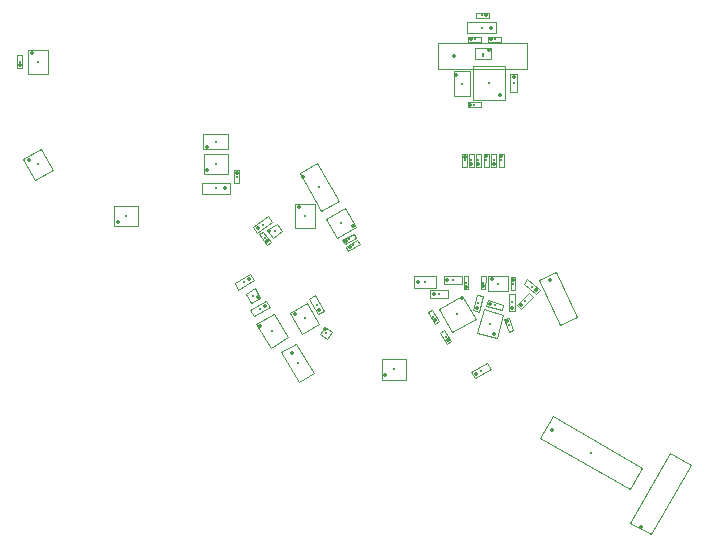
<source format=gbr>
%TF.GenerationSoftware,KiCad,Pcbnew,9.0.3*%
%TF.CreationDate,2025-08-06T14:06:10+08:00*%
%TF.ProjectId,Main,4d61696e-2e6b-4696-9361-645f70636258,10*%
%TF.SameCoordinates,Original*%
%TF.FileFunction,Component,L2,Bot*%
%TF.FilePolarity,Positive*%
%FSLAX46Y46*%
G04 Gerber Fmt 4.6, Leading zero omitted, Abs format (unit mm)*
G04 Created by KiCad (PCBNEW 9.0.3) date 2025-08-06 14:06:10*
%MOMM*%
%LPD*%
G01*
G04 APERTURE LIST*
%TA.AperFunction,ComponentMain*%
%ADD10C,0.300000*%
%TD*%
%TA.AperFunction,ComponentOutline,Footprint*%
%ADD11C,0.100000*%
%TD*%
%TA.AperFunction,ComponentPin*%
%ADD12P,0.360000X4X0.000000*%
%TD*%
%TA.AperFunction,ComponentPin*%
%ADD13C,0.100000*%
%TD*%
G04 APERTURE END LIST*
D10*
%TO.C,D5*%
%TO.CFtp,TX1812MWCA5-F01*%
%TO.CVal,TX1812MWCA5-F01*%
%TO.CLbN,Pixels-dice*%
%TO.CMnt,SMD*%
%TO.CRot,180*%
X133520000Y-69540000D03*
D11*
X132669999Y-70565001D02*
X132669999Y-68514999D01*
X134370001Y-68514999D01*
X134370001Y-70565001D01*
X132669999Y-70565001D01*
D12*
%TO.P,D5,1,DOUT*%
X133020000Y-68814999D03*
D13*
%TO.P,D5,2,GND*%
X134020001Y-68815000D03*
%TO.P,D5,3,DIN*%
X134020000Y-70265001D03*
%TO.P,D5,4,VCC*%
X133019999Y-70265000D03*
%TD*%
D10*
%TO.C,D4*%
%TO.CFtp,TX1812MWCA5-F01*%
%TO.CVal,TX1812MWCA5-F01*%
%TO.CLbN,Pixels-dice*%
%TO.CMnt,SMD*%
%TO.CRot,-150*%
X133520000Y-78220000D03*
D11*
X133296378Y-79532676D02*
X132271378Y-77757324D01*
X133743622Y-76907324D01*
X134768622Y-78682676D01*
X133296378Y-79532676D01*
D12*
%TO.P,D4,1,DOUT*%
X132724487Y-77842132D03*
D13*
%TO.P,D4,2,GND*%
X133590513Y-77342132D03*
%TO.P,D4,3,DIN*%
X134315513Y-78597868D03*
%TO.P,D4,4,VCC*%
X133449487Y-79097868D03*
%TD*%
D10*
%TO.C,D6*%
%TO.CFtp,TX1812MWCA5-F01*%
%TO.CVal,TX1812MWCA5-F01*%
%TO.CLbN,Pixels-dice*%
%TO.CMnt,SMD*%
%TO.CRot,-90*%
X126000000Y-65190000D03*
D11*
X127025000Y-66040000D02*
X124975000Y-66040000D01*
X124975000Y-64340000D01*
X127025000Y-64340000D01*
X127025000Y-66040000D01*
D12*
%TO.P,D6,1,DOUT*%
X125275000Y-65690000D03*
D13*
%TO.P,D6,2,GND*%
X125275000Y-64690000D03*
%TO.P,D6,3,DIN*%
X126725000Y-64690000D03*
%TO.P,D6,4,VCC*%
X126725000Y-65690000D03*
%TD*%
D10*
%TO.C,C16*%
%TO.CFtp,C_0402_1005Metric*%
%TO.CVal,10uF 6.3V 20\u0025*%
%TO.CLbN,Pixels-dice*%
%TO.CMnt,SMD*%
%TO.CRot,31*%
X128390000Y-75150000D03*
D11*
X128881785Y-74492849D02*
X129201109Y-75024293D01*
X127898215Y-75807151D01*
X127578891Y-75275707D01*
X128881785Y-74492849D01*
D12*
%TO.P,C16,1*%
X128801440Y-74902782D03*
D13*
%TO.P,C16,2*%
X127978560Y-75397218D03*
%TD*%
D10*
%TO.C,D2*%
%TO.CFtp,TX1812MWCA5-F01*%
%TO.CVal,TX1812MWCA5-F01*%
%TO.CLbN,Pixels-dice*%
%TO.CMnt,SMD*%
%TO.CRot,-15*%
X149220000Y-78690000D03*
D11*
X150306329Y-77919923D02*
X149775750Y-79900071D01*
X148133671Y-79460077D01*
X148664250Y-77479929D01*
X150306329Y-77919923D01*
D12*
%TO.P,D2,1,DOUT*%
X149515322Y-79519706D03*
D13*
%TO.P,D2,2,GND*%
X148549393Y-79260887D03*
%TO.P,D2,3,DIN*%
X148924678Y-77860294D03*
%TO.P,D2,4,VCC*%
X149890607Y-78119113D03*
%TD*%
D10*
%TO.C,D7*%
%TO.CFtp,TX1812MWCA5-F01*%
%TO.CVal,TX1812MWCA5-F01*%
%TO.CLbN,Pixels-dice*%
%TO.CMnt,SMD*%
%TO.CRot,-90*%
X118410000Y-69550000D03*
D11*
X119435000Y-70400000D02*
X117385000Y-70400000D01*
X117385000Y-68700000D01*
X119435000Y-68700000D01*
X119435000Y-70400000D01*
D12*
%TO.P,D7,1,DOUT*%
X117685000Y-70050000D03*
D13*
%TO.P,D7,2,GND*%
X117685000Y-69050000D03*
%TO.P,D7,3,DIN*%
X119135000Y-69050000D03*
%TO.P,D7,4,VCC*%
X119135000Y-70050000D03*
%TD*%
D10*
%TO.C,D9*%
%TO.CFtp,TX1812MWCA5-F01*%
%TO.CVal,TX1812MWCA5-F01*%
%TO.CLbN,Pixels-dice*%
%TO.CMnt,SMD*%
%TO.CRot,180*%
X110960000Y-56500000D03*
D11*
X110110000Y-57525000D02*
X110110000Y-55475000D01*
X111810000Y-55475000D01*
X111810000Y-57525000D01*
X110110000Y-57525000D01*
D12*
%TO.P,D9,1,DOUT*%
X110460000Y-55775000D03*
D13*
%TO.P,D9,2,GND*%
X111460000Y-55775000D03*
%TO.P,D9,3,DIN*%
X111460000Y-57225000D03*
%TO.P,D9,4,VCC*%
X110460000Y-57225000D03*
%TD*%
D10*
%TO.C,D8*%
%TO.CFtp,TX1812MWCA5-F01*%
%TO.CVal,TX1812MWCA5-F01*%
%TO.CLbN,Pixels-dice*%
%TO.CMnt,SMD*%
%TO.CRot,-150*%
X110940000Y-65180000D03*
D11*
X110716378Y-66492676D02*
X109691378Y-64717324D01*
X111163622Y-63867324D01*
X112188622Y-65642676D01*
X110716378Y-66492676D01*
D12*
%TO.P,D8,1,DOUT*%
X110144487Y-64802132D03*
D13*
%TO.P,D8,2,GND*%
X111010513Y-64302132D03*
%TO.P,D8,3,DIN*%
X111735513Y-65557868D03*
%TO.P,D8,4,VCC*%
X110869487Y-66057868D03*
%TD*%
D10*
%TO.C,U5*%
%TO.CFtp,TDFN-8-1EP_3x2mm_P0.5mm_EP1.3x1.4mm*%
%TO.CVal,BL24C02F-NTRC*%
%TO.CLbN,Pixels-dice*%
%TO.CMnt,SMD*%
%TO.CRot,120*%
X134762244Y-67118437D03*
D11*
X133079471Y-65953789D02*
X134595016Y-65078789D01*
X136445017Y-68283085D01*
X134929472Y-69158085D01*
X133079471Y-65953789D01*
D12*
%TO.P,U5,1,A0*%
X133381475Y-66226875D03*
D13*
%TO.P,U5,2,A1*%
X133814488Y-65976873D03*
%TO.P,U5,3,A2*%
X134247500Y-65726876D03*
%TO.P,U5,4,GND*%
X134680513Y-65476875D03*
%TO.P,U5,5,SDA*%
X136143013Y-68009999D03*
%TO.P,U5,6,SCL*%
X135710000Y-68260001D03*
%TO.P,U5,7,WP*%
X135276988Y-68509998D03*
%TO.P,U5,8,VCC*%
X134843975Y-68759999D03*
%TO.P,U5,9*%
X134762244Y-67118437D03*
%TD*%
D10*
%TO.C,U8*%
%TO.CFtp,SOT-553*%
%TO.CVal,SL1605*%
%TO.CLbN,Package_TO_SOT_SMD*%
%TO.CMnt,SMD*%
%TO.CRot,180*%
X125990000Y-63260000D03*
D11*
X124939998Y-63935000D02*
X124939998Y-62585000D01*
X127039999Y-62585000D01*
X127039999Y-63935000D01*
X124939998Y-63935000D01*
D12*
%TO.P,U8,1*%
X125277501Y-63760000D03*
D13*
%TO.P,U8,2,GND*%
X125277498Y-63259999D03*
%TO.P,U8,3*%
X125277501Y-62760000D03*
%TO.P,U8,4,VDD*%
X126702499Y-62760000D03*
%TO.P,U8,5,OUT*%
X126702499Y-63760000D03*
%TD*%
D10*
%TO.C,U6*%
%TO.CFtp,AW35122*%
%TO.CVal,AW35122*%
%TO.CLbN,Pixels-dice*%
%TO.CMnt,SMD*%
%TO.CRot,55*%
X135320000Y-79500000D03*
D11*
X135230365Y-78991654D02*
X135828346Y-79410365D01*
X135409635Y-80008346D01*
X134811654Y-79589635D01*
X135230365Y-78991654D01*
D12*
%TO.P,U6,A1,VOUT*%
X135258606Y-79151818D03*
D13*
%TO.P,U6,A2,VIN*%
X134971818Y-79561394D03*
%TO.P,U6,B1,GND*%
X135668182Y-79438606D03*
%TO.P,U6,B2,EN*%
X135381394Y-79848182D03*
%TD*%
D10*
%TO.C,C7*%
%TO.CFtp,C_0201_0603Metric*%
%TO.CVal,100pF NP0 10V 2\u0025*%
%TO.CLbN,Capacitor_SMD*%
%TO.CMnt,SMD*%
%TO.CRot,-90*%
X147170000Y-75220000D03*
D11*
X147370002Y-75770003D02*
X146969998Y-75770003D01*
X146969998Y-74669997D01*
X147370002Y-74669997D01*
X147370002Y-75770003D01*
D12*
%TO.P,C7,1*%
X147170002Y-75540003D03*
D13*
%TO.P,C7,2*%
X147169998Y-74899997D03*
%TD*%
D10*
%TO.C,L1*%
%TO.CFtp,C_1.2x1.8*%
%TO.CVal,10uH 100mA 20\u0025*%
%TO.CLbN,Pixels-dice*%
%TO.CMnt,SMD*%
%TO.CRot,180*%
X143710000Y-75170000D03*
D11*
X142750001Y-75680002D02*
X142750001Y-74659998D01*
X144669999Y-74659998D01*
X144669999Y-75680002D01*
X142750001Y-75680002D01*
D12*
%TO.P,L1,1,1*%
X143070001Y-75169998D03*
D13*
%TO.P,L1,2,2*%
X144349999Y-75170002D03*
%TD*%
D10*
%TO.C,C5*%
%TO.CFtp,C_0201_0603Metric*%
%TO.CVal,8pF 10V 10\u0025*%
%TO.CLbN,Capacitor_SMD*%
%TO.CMnt,SMD*%
%TO.CRot,90*%
X151150000Y-75310000D03*
D11*
X150949999Y-74760000D02*
X151350001Y-74760000D01*
X151350001Y-75860000D01*
X150949999Y-75860000D01*
X150949999Y-74760000D01*
D12*
%TO.P,C5,1*%
X151149999Y-74990000D03*
D13*
%TO.P,C5,2*%
X151150001Y-75630000D03*
%TD*%
D10*
%TO.C,C3*%
%TO.CFtp,C_0201_0603Metric*%
%TO.CVal,0.1uF 10V 20\u0025*%
%TO.CLbN,Capacitor_SMD*%
%TO.CMnt,SMD*%
%TO.CRot,-60*%
X144410000Y-78110000D03*
D11*
X144858208Y-78486315D02*
X144511794Y-78686317D01*
X143961792Y-77733685D01*
X144308206Y-77533683D01*
X144858208Y-78486315D01*
D12*
%TO.P,C3,1*%
X144570003Y-78387129D03*
D13*
%TO.P,C3,2*%
X144249997Y-77832871D03*
%TD*%
D10*
%TO.C,C2*%
%TO.CFtp,C_0201_0603Metric*%
%TO.CVal,8pF 10V 10\u0025*%
%TO.CLbN,Capacitor_SMD*%
%TO.CMnt,SMD*%
%TO.CRot,-91*%
X148620000Y-75200000D03*
D11*
X148810372Y-75753407D02*
X148410431Y-75746426D01*
X148429628Y-74646593D01*
X148829569Y-74653574D01*
X148810372Y-75753407D01*
D12*
%TO.P,C2,1*%
X148614414Y-75519951D03*
D13*
%TO.P,C2,2*%
X148625586Y-74880049D03*
%TD*%
D10*
%TO.C,R10*%
%TO.CFtp,R_0201_0603Metric*%
%TO.CVal,3.9k 1\u0025*%
%TO.CLbN,Resistor_SMD*%
%TO.CMnt,SMD*%
%TO.CRot,-150*%
X137590000Y-72050000D03*
D11*
X137213686Y-72498205D02*
X137013686Y-72151795D01*
X137966314Y-71601795D01*
X138166314Y-71948205D01*
X137213686Y-72498205D01*
D12*
%TO.P,R10,1*%
X137312872Y-72210000D03*
D13*
%TO.P,R10,2*%
X137867128Y-71890000D03*
%TD*%
D10*
%TO.C,U1*%
%TO.CFtp,WLCSP*%
%TO.CVal,NRF52810-CAAA-R*%
%TO.CLbN,Pixels-dice*%
%TO.CMnt,SMD*%
%TO.CRot,30*%
X146443205Y-77859615D03*
D11*
X146856265Y-76318054D02*
X147984766Y-78272675D01*
X146030145Y-79401176D01*
X144901644Y-77446555D01*
X146856265Y-76318054D01*
D12*
%TO.P,U1,A1,XC1*%
X146809230Y-76493589D03*
D13*
%TO.P,U1,A2,XC2*%
X146462819Y-76693589D03*
%TO.P,U1,A3,DEC2*%
X146116410Y-76893590D03*
%TO.P,U1,A4,DEC4*%
X145770000Y-77093590D03*
%TO.P,U1,A5,DCC*%
X145423591Y-77293589D03*
%TO.P,U1,A6,VDD*%
X145077179Y-77493590D03*
%TO.P,U1,B3,VSS*%
X146316410Y-77240000D03*
%TO.P,U1,B4,VSS*%
X145970000Y-77440000D03*
%TO.P,U1,B5,P0.00/XL1*%
X145623590Y-77640000D03*
%TO.P,U1,B6,DEC1*%
X145277179Y-77840001D03*
%TO.P,U1,C1,VSS_PA*%
X147109230Y-77013205D03*
%TO.P,U1,D3,VSS*%
X146516409Y-77586410D03*
%TO.P,U1,D4,VSS*%
X146170000Y-77786411D03*
%TO.P,U1,D5,P0.01/XL2*%
X145823590Y-77986410D03*
%TO.P,U1,D6,P0.03/AIN1*%
X145477180Y-78186410D03*
%TO.P,U1,E1,ANT*%
X147409230Y-77532820D03*
%TO.P,U1,E2,P0.18/TDATA0*%
X147062820Y-77732820D03*
%TO.P,U1,E3,VSS*%
X146716410Y-77932819D03*
%TO.P,U1,E4,VSS*%
X146370001Y-78132820D03*
%TO.P,U1,E5,P0.04/AIN2*%
X146023590Y-78332820D03*
%TO.P,U1,E6,P0.05/AIN3*%
X145677180Y-78532820D03*
%TO.P,U1,F1,SWDIO*%
X147609231Y-77879229D03*
%TO.P,U1,F2,P0.21*%
X147262820Y-78079230D03*
%TO.P,U1,F3,P0.17*%
X146916410Y-78279230D03*
%TO.P,U1,F4,P0.14*%
X146570000Y-78479230D03*
%TO.P,U1,F5,P0.11*%
X146223590Y-78679230D03*
%TO.P,U1,F6,P0.8*%
X145877179Y-78879229D03*
%TO.P,U1,G1,SWDCLK*%
X147809231Y-78225640D03*
%TO.P,U1,G2,P0.20/TCLK*%
X147462819Y-78425641D03*
%TO.P,U1,G3,P0.16/TDATA1*%
X147116410Y-78625640D03*
%TO.P,U1,G4,P0.15*%
X146770000Y-78825640D03*
%TO.P,U1,G5,P0.12*%
X146423591Y-79025641D03*
%TO.P,U1,G6,VDD*%
X146077180Y-79225641D03*
%TD*%
D10*
%TO.C,C10*%
%TO.CFtp,C_0201_0603Metric*%
%TO.CVal,0.1uF 10V 20\u0025*%
%TO.CLbN,Capacitor_SMD*%
%TO.CMnt,SMD*%
%TO.CRot,-58*%
X145470000Y-79820000D03*
D11*
X145931065Y-80180439D02*
X145591843Y-80392409D01*
X145008935Y-79459561D01*
X145348157Y-79247591D01*
X145931065Y-80180439D01*
D12*
%TO.P,C10,1*%
X145639574Y-80091372D03*
D13*
%TO.P,C10,2*%
X145300426Y-79548628D03*
%TD*%
D10*
%TO.C,C8*%
%TO.CFtp,0402_RF*%
%TO.CVal,0.8pF 10V 5\u0025 C0G*%
%TO.CLbN,Pixels-dice*%
%TO.CMnt,SMD*%
%TO.CRot,-105*%
X148180000Y-76960000D03*
D11*
X148242901Y-77691195D02*
X147759929Y-77561783D01*
X148117099Y-76228805D01*
X148600071Y-76358217D01*
X148242901Y-77691195D01*
D12*
%TO.P,C8,1*%
X148066115Y-77385006D03*
D13*
%TO.P,C8,2*%
X148293885Y-76534994D03*
%TD*%
D10*
%TO.C,D3*%
%TO.CFtp,TX1812MWCA5-F01*%
%TO.CVal,TX1812MWCA5-F01*%
%TO.CLbN,Pixels-dice*%
%TO.CMnt,SMD*%
%TO.CRot,-90*%
X141070000Y-82560000D03*
D11*
X142095000Y-83410000D02*
X140045000Y-83410000D01*
X140045000Y-81710000D01*
X142095000Y-81710000D01*
X142095000Y-83410000D01*
D12*
%TO.P,D3,1,DOUT*%
X140345000Y-83060000D03*
D13*
%TO.P,D3,2,GND*%
X140345000Y-82060000D03*
%TO.P,D3,3,DIN*%
X141795000Y-82060000D03*
%TO.P,D3,4,VCC*%
X141795000Y-83060000D03*
%TD*%
D10*
%TO.C,C9*%
%TO.CFtp,C_0402_1005Metric*%
%TO.CVal,10uF 6.3V 20\u0025*%
%TO.CLbN,Pixels-dice*%
%TO.CMnt,SMD*%
%TO.CRot,-60*%
X134520000Y-77090000D03*
D11*
X135168468Y-77593176D02*
X134631529Y-77903178D01*
X133871532Y-76586824D01*
X134408471Y-76276822D01*
X135168468Y-77593176D01*
D12*
%TO.P,C9,1*%
X134760000Y-77505689D03*
D13*
%TO.P,C9,2*%
X134280000Y-76674311D03*
%TD*%
D10*
%TO.C,C18*%
%TO.CFtp,C_0402_1005Metric*%
%TO.CVal,4.7uF 10V 20\u0025*%
%TO.CLbN,Pixels-dice*%
%TO.CMnt,SMD*%
%TO.CRot,31*%
X129740000Y-77410000D03*
D11*
X130231785Y-76752848D02*
X130551109Y-77284294D01*
X129248215Y-78067152D01*
X128928891Y-77535706D01*
X130231785Y-76752848D01*
D12*
%TO.P,C18,1*%
X130151441Y-77162783D03*
D13*
%TO.P,C18,2*%
X129328559Y-77657217D03*
%TD*%
D10*
%TO.C,U4*%
%TO.CFtp,FPB1_1-4*%
%TO.CVal,ME6230*%
%TO.CLbN,Pixels-dice*%
%TO.CMnt,SMD*%
%TO.CRot,31*%
X129144131Y-76319989D03*
D11*
X129298944Y-75699066D02*
X129765054Y-76474802D01*
X128989318Y-76940912D01*
X128523208Y-76165176D01*
X129298944Y-75699066D01*
D12*
%TO.P,U4,1,VOUT*%
X129590097Y-76431179D03*
D13*
%TO.P,U4,*%
X129144131Y-76319989D03*
%TO.P,U4,2,VSS*%
X129032941Y-76765955D03*
%TO.P,U4,3,CE*%
X128698165Y-76208799D03*
%TO.P,U4,4,VIN*%
X129255321Y-75874023D03*
%TD*%
D10*
%TO.C,R9*%
%TO.CFtp,R_0201_0603Metric*%
%TO.CVal,100k 1\u0025*%
%TO.CLbN,Resistor_SMD*%
%TO.CMnt,SMD*%
%TO.CRot,-55*%
X130150000Y-71450000D03*
D11*
X130629299Y-71785819D02*
X130301636Y-72015250D01*
X129670701Y-71114181D01*
X129998364Y-70884750D01*
X130629299Y-71785819D01*
D12*
%TO.P,R9,1*%
X130333544Y-71712130D03*
D13*
%TO.P,R9,2*%
X129966456Y-71187870D03*
%TD*%
D10*
%TO.C,C4*%
%TO.CFtp,C_0402_1005Metric*%
%TO.CVal,4.7uF 10V 20\u0025*%
%TO.CLbN,Pixels-dice*%
%TO.CMnt,SMD*%
%TO.CRot,-148*%
X148450000Y-82650000D03*
D11*
X147969761Y-83315636D02*
X147641208Y-82789841D01*
X148930239Y-81984364D01*
X149258792Y-82510159D01*
X147969761Y-83315636D01*
D12*
%TO.P,C4,1*%
X148042936Y-82904358D03*
D13*
%TO.P,C4,2*%
X148857064Y-82395642D03*
%TD*%
D10*
%TO.C,J3*%
%TO.CFtp,Hongjie 10100 Solder Tabs*%
%TO.CVal,Conn_01x02*%
%TO.CLbN,Pixels-dice*%
%TO.CMnt,TH*%
%TO.CRot,180*%
X148577825Y-56028319D03*
D11*
X144827825Y-57134385D02*
X144827825Y-54928319D01*
X152327825Y-54928319D01*
X152327825Y-57134385D01*
X144827825Y-57134385D01*
D12*
%TO.P,J3,1,Pin_1*%
X146127825Y-56028319D03*
D13*
%TO.P,J3,2,Pin_2*%
X151027825Y-56034385D03*
%TD*%
D10*
%TO.C,D1*%
%TO.CFtp,SOT-363_SC-70-6*%
%TO.CVal,BAV99S*%
%TO.CLbN,Pixels-dice*%
%TO.CMnt,SMD*%
%TO.CRot,121*%
X130760000Y-79280000D03*
D11*
X129426234Y-78710610D02*
X130883423Y-77835042D01*
X132093766Y-79849390D01*
X130636577Y-80724958D01*
X129426234Y-78710610D01*
D12*
%TO.P,D1,1,A1*%
X129739305Y-78843327D03*
D13*
%TO.P,D1,2,K2*%
X130296462Y-78508548D03*
%TO.P,D1,3,K1A2*%
X130853628Y-78173774D03*
%TO.P,D1,4,A3*%
X131780695Y-79716673D03*
%TO.P,D1,5,K4*%
X131223538Y-80051452D03*
%TO.P,D1,6,K3A4*%
X130666372Y-80386226D03*
%TD*%
D10*
%TO.C,L2*%
%TO.CFtp,L_0402_1005Metric*%
%TO.CVal,15nH 100mA 5\u0025*%
%TO.CLbN,Inductor_SMD*%
%TO.CMnt,SMD*%
%TO.CRot,180*%
X144910000Y-76160000D03*
D11*
X144130001Y-76480001D02*
X144130001Y-75839999D01*
X145689999Y-75839999D01*
X145689999Y-76480001D01*
X144130001Y-76480001D01*
D12*
%TO.P,L2,1,1*%
X144425001Y-76159999D03*
D13*
%TO.P,L2,2,2*%
X145394999Y-76160001D03*
%TD*%
D10*
%TO.C,C1*%
%TO.CFtp,C_0402_1005Metric*%
%TO.CVal,4.7uF 10V 20\u0025*%
%TO.CLbN,Pixels-dice*%
%TO.CMnt,SMD*%
%TO.CRot,180*%
X146040000Y-74980000D03*
D11*
X145280000Y-75290001D02*
X145280000Y-74669999D01*
X146800000Y-74669999D01*
X146800000Y-75290001D01*
X145280000Y-75290001D01*
D12*
%TO.P,C1,1*%
X145560000Y-74980001D03*
D13*
%TO.P,C1,2*%
X146520000Y-74979999D03*
%TD*%
D10*
%TO.C,C21*%
%TO.CFtp,C_0201_0603Metric*%
%TO.CVal,10nF 25V 10\u0025*%
%TO.CLbN,Capacitor_SMD*%
%TO.CMnt,SMD*%
%TO.CRot,-90*%
X149530000Y-64840000D03*
D11*
X149730002Y-65390001D02*
X149329998Y-65390001D01*
X149329998Y-64289999D01*
X149730002Y-64289999D01*
X149730002Y-65390001D01*
D12*
%TO.P,C21,1*%
X149529998Y-65160001D03*
D13*
%TO.P,C21,2*%
X149530002Y-64519999D03*
%TD*%
D10*
%TO.C,R7*%
%TO.CFtp,R_0201_0603Metric*%
%TO.CVal,3.9M 1\u0025*%
%TO.CLbN,Resistor_SMD*%
%TO.CMnt,SMD*%
%TO.CRot,90*%
X147069998Y-64849997D03*
D11*
X146869996Y-64299998D02*
X147270000Y-64299998D01*
X147270000Y-65399996D01*
X146869996Y-65399996D01*
X146869996Y-64299998D01*
D12*
%TO.P,R7,1*%
X147069996Y-64529998D03*
D13*
%TO.P,R7,2*%
X147070000Y-65169996D03*
%TD*%
D10*
%TO.C,R2*%
%TO.CFtp,R_0201_0603Metric*%
%TO.CVal,3.9M 1\u0025*%
%TO.CLbN,Resistor_SMD*%
%TO.CMnt,SMD*%
%TO.CRot,90*%
X150180000Y-64840000D03*
D11*
X149979998Y-64289997D02*
X150380002Y-64289997D01*
X150380002Y-65390003D01*
X149979998Y-65390003D01*
X149979998Y-64289997D01*
D12*
%TO.P,R2,1*%
X150179998Y-64519997D03*
D13*
%TO.P,R2,2*%
X150180002Y-65160003D03*
%TD*%
D10*
%TO.C,R8*%
%TO.CFtp,R_0201_0603Metric*%
%TO.CVal,10M 1\u0025*%
%TO.CLbN,Resistor_SMD*%
%TO.CMnt,SMD*%
%TO.CRot,-90*%
X147639998Y-64849999D03*
D11*
X147839999Y-65400000D02*
X147439997Y-65400000D01*
X147439997Y-64299998D01*
X147839999Y-64299998D01*
X147839999Y-65400000D01*
D12*
%TO.P,R8,1*%
X147639999Y-65170000D03*
D13*
%TO.P,R8,2*%
X147639997Y-64529998D03*
%TD*%
D10*
%TO.C,R1*%
%TO.CFtp,R_0201_0603Metric*%
%TO.CVal,3.9M 1\u0025*%
%TO.CLbN,Resistor_SMD*%
%TO.CMnt,SMD*%
%TO.CRot,90*%
X148910000Y-64840003D03*
D11*
X148709999Y-64290001D02*
X149110001Y-64290001D01*
X149110001Y-65390005D01*
X148709999Y-65390005D01*
X148709999Y-64290001D01*
D12*
%TO.P,R1,1*%
X148909999Y-64520001D03*
D13*
%TO.P,R1,2*%
X148910001Y-65160005D03*
%TD*%
D10*
%TO.C,C22*%
%TO.CFtp,C_0201_0603Metric*%
%TO.CVal,10nF 25V 10\u0025*%
%TO.CLbN,Capacitor_SMD*%
%TO.CMnt,SMD*%
%TO.CRot,-90*%
X148220119Y-64840759D03*
D11*
X148420120Y-65390760D02*
X148020118Y-65390760D01*
X148020118Y-64290758D01*
X148420120Y-64290758D01*
X148420120Y-65390760D01*
D12*
%TO.P,C22,1*%
X148220120Y-65160760D03*
D13*
%TO.P,C22,2*%
X148220118Y-64520758D03*
%TD*%
D10*
%TO.C,Y1*%
%TO.CFtp,SX16Y032000B81T001*%
%TO.CVal,32MHz 40ppm*%
%TO.CLbN,Pixels-dice*%
%TO.CMnt,SMD*%
%TO.CRot,180*%
X149900000Y-75290001D03*
D11*
X149064999Y-75910002D02*
X149064999Y-74670000D01*
X150735001Y-74670000D01*
X150735001Y-75910002D01*
X149064999Y-75910002D01*
D12*
%TO.P,Y1,1,1*%
X149399999Y-74930002D03*
D13*
%TO.P,Y1,2,2*%
X150400000Y-74930000D03*
%TO.P,Y1,3,3*%
X150400001Y-75650000D03*
%TO.P,Y1,4,4*%
X149400000Y-75650002D03*
%TD*%
D10*
%TO.C,U2*%
%TO.CFtp,LGA-12_2x2mm_P0.5mm*%
%TO.CVal,SC7A20HTR*%
%TO.CLbN,Package_LGA*%
%TO.CMnt,SMD*%
%TO.CRot,-60*%
X136580000Y-70170000D03*
D11*
X137877727Y-70517725D02*
X136232275Y-71467727D01*
X135282273Y-69822275D01*
X136927725Y-68872273D01*
X137877727Y-70517725D01*
D12*
%TO.P,U2,1,ADDR*%
X137610768Y-70455345D03*
D13*
%TO.P,U2,2,SDA*%
X137177757Y-70705346D03*
%TO.P,U2,3,IO_VDD*%
X136744743Y-70955344D03*
%TO.P,U2,4,NC*%
X136311731Y-71205346D03*
%TO.P,U2,5,INT1*%
X136044654Y-70767757D03*
%TO.P,U2,6,INT2*%
X135794656Y-70334743D03*
%TO.P,U2,7,VDD*%
X135549232Y-69884655D03*
%TO.P,U2,8,GND*%
X135982243Y-69634654D03*
%TO.P,U2,9,GND*%
X136415257Y-69384656D03*
%TO.P,U2,10,CS*%
X136848269Y-69134654D03*
%TO.P,U2,11,NC*%
X137115346Y-69572243D03*
%TO.P,U2,12,SCL*%
X137365344Y-70005257D03*
%TD*%
D10*
%TO.C,L5*%
%TO.CFtp,0402_RF*%
%TO.CVal,3.9nH 5\u0025*%
%TO.CLbN,Pixels-dice*%
%TO.CMnt,SMD*%
%TO.CRot,165*%
X149600000Y-77140000D03*
D11*
X148868805Y-77202896D02*
X148998215Y-76719933D01*
X150331195Y-77077104D01*
X150201785Y-77560067D01*
X148868805Y-77202896D01*
D12*
%TO.P,L5,1,1*%
X149174992Y-77026119D03*
D13*
%TO.P,L5,2,2*%
X150025008Y-77253881D03*
%TD*%
D10*
%TO.C,R5*%
%TO.CFtp,R_0201_0603Metric*%
%TO.CVal,10k 1\u0025*%
%TO.CLbN,Resistor_SMD*%
%TO.CMnt,SMD*%
%TO.CRot,90*%
X127770000Y-66230000D03*
D11*
X127570000Y-65680000D02*
X127970000Y-65680000D01*
X127970000Y-66780000D01*
X127570000Y-66780000D01*
X127570000Y-65680000D01*
D12*
%TO.P,R5,1*%
X127770000Y-65910000D03*
D13*
%TO.P,R5,2*%
X127770000Y-66550000D03*
%TD*%
D10*
%TO.C,C19*%
%TO.CFtp,C_0805_2012Metric*%
%TO.CVal,12nF 50V 5\u0025 NP0*%
%TO.CLbN,Capacitor_SMD*%
%TO.CMnt,SMD*%
%TO.CRot,121*%
X132920000Y-81980000D03*
D11*
X131551748Y-81110511D02*
X132794642Y-80363705D01*
X134288252Y-82849489D01*
X133045358Y-83596295D01*
X131551748Y-81110511D01*
D12*
%TO.P,C19,1*%
X132430715Y-81165691D03*
D13*
%TO.P,C19,2*%
X133409285Y-82794309D03*
%TD*%
D10*
%TO.C,U10*%
%TO.CFtp,DFN1109-6*%
%TO.CVal,WAS3157D-6/TR*%
%TO.CLbN,Pixels-dice*%
%TO.CMnt,SMD*%
%TO.CRot,-145*%
X130980000Y-70820000D03*
D11*
X130799854Y-71434450D02*
X130340992Y-70779127D01*
X131160146Y-70205550D01*
X131619008Y-70860873D01*
X130799854Y-71434450D01*
D12*
%TO.P,U10,1,B0*%
X130508945Y-70844643D03*
D13*
%TO.P,U10,2,GND*%
X130836605Y-70615211D03*
%TO.P,U10,3,B1*%
X131164268Y-70385782D03*
%TO.P,U10,4,S*%
X131451055Y-70795357D03*
%TO.P,U10,5,VCC*%
X131123395Y-71024789D03*
%TO.P,U10,6,A*%
X130795732Y-71254218D03*
%TD*%
D10*
%TO.C,C15*%
%TO.CFtp,C_0603_1608Metric*%
%TO.CVal,22uF 10V 20\u0025*%
%TO.CLbN,Capacitor_SMD*%
%TO.CMnt,SMD*%
%TO.CRot,0*%
X148500000Y-53630000D03*
D11*
X149724999Y-53154997D02*
X149724999Y-54105003D01*
X147275001Y-54105003D01*
X147275001Y-53154997D01*
X149724999Y-53154997D01*
D12*
%TO.P,C15,1*%
X149274999Y-53630003D03*
D13*
%TO.P,C15,2*%
X147725001Y-53629997D03*
%TD*%
D10*
%TO.C,C6*%
%TO.CFtp,C_0201_0603Metric*%
%TO.CVal,0.1uF 10V 20\u0025*%
%TO.CLbN,Capacitor_SMD*%
%TO.CMnt,SMD*%
%TO.CRot,110*%
X150780000Y-78770000D03*
D11*
X150403949Y-78321572D02*
X150779828Y-78184764D01*
X151156051Y-79218428D01*
X150780172Y-79355236D01*
X150403949Y-78321572D01*
D12*
%TO.P,C6,1*%
X150670552Y-78469298D03*
D13*
%TO.P,C6,2*%
X150889448Y-79070702D03*
%TD*%
D10*
%TO.C,L3*%
%TO.CFtp,0402_RF*%
%TO.CVal,0 Ohm*%
%TO.CLbN,Pixels-dice*%
%TO.CMnt,SMD*%
%TO.CRot,-135*%
X152170000Y-76750000D03*
D11*
X151858875Y-77414681D02*
X151505319Y-77061125D01*
X152481125Y-76085319D01*
X152834681Y-76438875D01*
X151858875Y-77414681D01*
D12*
%TO.P,L3,1,1*%
X151858872Y-77061125D03*
D13*
%TO.P,L3,2,2*%
X152481128Y-76438875D03*
%TD*%
D10*
%TO.C,C23*%
%TO.CFtp,C_0201_0603Metric*%
%TO.CVal,0.1uF 10V 20\u0025*%
%TO.CLbN,Capacitor_SMD*%
%TO.CMnt,SMD*%
%TO.CRot,180*%
X149590000Y-54610000D03*
D11*
X149040000Y-54810000D02*
X149040000Y-54410000D01*
X150140000Y-54410000D01*
X150140000Y-54810000D01*
X149040000Y-54810000D01*
D12*
%TO.P,C23,1*%
X149270000Y-54610000D03*
D13*
%TO.P,C23,2*%
X149910000Y-54610000D03*
%TD*%
D10*
%TO.C,AE1*%
%TO.CFtp,CHIP_ANT*%
%TO.CVal,Antenna_Chip*%
%TO.CLbN,Pixels-dice*%
%TO.CMnt,SMD*%
%TO.CRot,-155*%
X154251549Y-74999277D03*
D11*
X155132453Y-78781342D02*
X153357455Y-74974848D01*
X154807549Y-74298659D01*
X156582546Y-78105152D01*
X155132453Y-78781342D01*
D12*
%TO.P,AE1,1,FEED*%
X154251549Y-74999277D03*
D13*
%TO.P,AE1,2,PCB_Trace*%
X155688452Y-78080724D03*
%TD*%
D10*
%TO.C,C12*%
%TO.CFtp,0402_RF*%
%TO.CVal,DNP*%
%TO.CLbN,Pixels-dice*%
%TO.CMnt,SMD*%
%TO.CRot,-90*%
X151090000Y-76890000D03*
D11*
X151340001Y-77579998D02*
X150839999Y-77579998D01*
X150839999Y-76200002D01*
X151340001Y-76200002D01*
X151340001Y-77579998D01*
D12*
%TO.P,C12,1*%
X151090001Y-77329998D03*
D13*
%TO.P,C12,2*%
X151089999Y-76450002D03*
%TD*%
D10*
%TO.C,TH1*%
%TO.CFtp,R_0402_1005Metric*%
%TO.CVal,NTC 100k @ 25C*%
%TO.CLbN,Pixels-dice*%
%TO.CMnt,SMD*%
%TO.CRot,-145*%
X129950000Y-70290000D03*
D11*
X129494606Y-70999518D02*
X129127517Y-70475261D01*
X130405394Y-69580482D01*
X130772483Y-70104739D01*
X129494606Y-70999518D01*
D12*
%TO.P,TH1,1*%
X129532232Y-70582524D03*
D13*
%TO.P,TH1,2*%
X130367768Y-69997476D03*
%TD*%
D10*
%TO.C,U3*%
%TO.CFtp,SOT-23*%
%TO.CVal,PJ75BL50SA*%
%TO.CLbN,Pixels-dice*%
%TO.CMnt,SMD*%
%TO.CRot,90*%
X149110004Y-58289991D03*
D11*
X147760007Y-56839991D02*
X150460000Y-56839991D01*
X150460000Y-59740000D01*
X147760007Y-59740000D01*
X147760007Y-56839991D01*
D12*
%TO.P,U3,1,VSS*%
X150060000Y-59290000D03*
D13*
%TO.P,U3,2,VOUT*%
X148160007Y-59289996D03*
%TO.P,U3,3,VIN*%
X149110004Y-57289991D03*
%TD*%
D10*
%TO.C,U7*%
%TO.CFtp,UDFN-4-1EP_1x1mm_P0.65mm_EP0.48x0.48mm*%
%TO.CVal,DS6101*%
%TO.CLbN,Package_DFN_QFN*%
%TO.CMnt,SMD*%
%TO.CRot,0*%
X148609999Y-55814999D03*
D11*
X149260000Y-55364995D02*
X149260000Y-56265003D01*
X147959998Y-56265003D01*
X147959998Y-55364995D01*
X149260000Y-55364995D01*
D12*
%TO.P,U7,1,BAT*%
X149149996Y-55489998D03*
D13*
%TO.P,U7,2,VSS*%
X149150000Y-56140003D03*
%TO.P,U7,3,SM*%
X148070002Y-56140000D03*
%TO.P,U7,4,EB-*%
X148069998Y-55489995D03*
%TO.P,U7,5,PAD*%
X148609999Y-55814999D03*
%TD*%
D10*
%TO.C,R11*%
%TO.CFtp,R_0201_0603Metric*%
%TO.CVal,3.9k 1\u0025*%
%TO.CLbN,Resistor_SMD*%
%TO.CMnt,SMD*%
%TO.CRot,-150*%
X137280000Y-71510000D03*
D11*
X136903686Y-71958205D02*
X136703686Y-71611795D01*
X137656314Y-71061795D01*
X137856314Y-71408205D01*
X136903686Y-71958205D01*
D12*
%TO.P,R11,1*%
X137002872Y-71670000D03*
D13*
%TO.P,R11,2*%
X137557128Y-71350000D03*
%TD*%
D10*
%TO.C,R6*%
%TO.CFtp,R_0201_0603Metric*%
%TO.CVal,3.9k 1\u0025*%
%TO.CLbN,Resistor_SMD*%
%TO.CMnt,SMD*%
%TO.CRot,180*%
X147870000Y-60130000D03*
D11*
X147320000Y-60330002D02*
X147320000Y-59929998D01*
X148420000Y-59929998D01*
X148420000Y-60330002D01*
X147320000Y-60330002D01*
D12*
%TO.P,R6,1*%
X147550000Y-60130002D03*
D13*
%TO.P,R6,2*%
X148190000Y-60129998D03*
%TD*%
D10*
%TO.C,J1*%
%TO.CFtp,FPC_14*%
%TO.CVal,Conn_01x14*%
%TO.CLbN,Pixels-dice*%
%TO.CMnt,SMD*%
%TO.CRot,-120*%
X162020000Y-95890000D03*
D11*
X162811025Y-96519904D02*
X161078974Y-95519903D01*
X164478974Y-89630931D01*
X166211025Y-90630931D01*
X162811025Y-96519904D01*
D12*
%TO.P,J1,1,Pin_1*%
X162020000Y-95890000D03*
D13*
%TO.P,J1,2,Pin_2*%
X162269999Y-95456988D03*
%TO.P,J1,3,Pin_3*%
X162520000Y-95023975D03*
%TO.P,J1,4,Pin_4*%
X162770000Y-94590962D03*
%TO.P,J1,5,Pin_5*%
X163020001Y-94157947D03*
%TO.P,J1,6,Pin_6*%
X163270000Y-93724936D03*
%TO.P,J1,7,Pin_7*%
X163520000Y-93291924D03*
%TO.P,J1,8,Pin_8*%
X163770000Y-92858911D03*
%TO.P,J1,9,Pin_9*%
X164020000Y-92425898D03*
%TO.P,J1,10,Pin_10*%
X164270000Y-91992884D03*
%TO.P,J1,11,Pin_11*%
X164520000Y-91559873D03*
%TO.P,J1,12,Pin_12*%
X164770000Y-91126860D03*
%TO.P,J1,13,Pin_13*%
X165020000Y-90693848D03*
%TO.P,J1,14,Pin_14*%
X165270000Y-90260835D03*
%TD*%
D10*
%TO.C,Q1*%
%TO.CFtp,D_0603_1608Metric*%
%TO.CVal,ZSPT-Z1608C-06F-Z4*%
%TO.CLbN,Diode_SMD*%
%TO.CMnt,SMD*%
%TO.CRot,0*%
X126010000Y-67230002D03*
D11*
X127235000Y-66755002D02*
X127235000Y-67705002D01*
X124785000Y-67705002D01*
X124785000Y-66755002D01*
X127235000Y-66755002D01*
D12*
%TO.P,Q1,1,C*%
X126797500Y-67230002D03*
D13*
%TO.P,Q1,2,E*%
X125222500Y-67230002D03*
%TD*%
D10*
%TO.C,R12*%
%TO.CFtp,R_0201_0603Metric*%
%TO.CVal,510R 1\u0025*%
%TO.CLbN,Resistor_SMD*%
%TO.CMnt,SMD*%
%TO.CRot,180*%
X147920000Y-54610000D03*
D11*
X147370000Y-54810000D02*
X147370000Y-54410000D01*
X148470000Y-54410000D01*
X148470000Y-54810000D01*
X147370000Y-54810000D01*
D12*
%TO.P,R12,1*%
X147600000Y-54610000D03*
D13*
%TO.P,R12,2*%
X148240000Y-54610000D03*
%TD*%
D10*
%TO.C,U9*%
%TO.CFtp,SOT-553*%
%TO.CVal,XT4051*%
%TO.CLbN,Package_TO_SOT_SMD*%
%TO.CMnt,SMD*%
%TO.CRot,90*%
X146870000Y-58357500D03*
D11*
X146195001Y-57307500D02*
X147544999Y-57307500D01*
X147544999Y-59407500D01*
X146195001Y-59407500D01*
X146195001Y-57307500D01*
D12*
%TO.P,U9,1,BAT*%
X146370001Y-57645000D03*
D13*
%TO.P,U9,2,GND*%
X146869998Y-57645001D03*
%TO.P,U9,3,CHRG*%
X147369999Y-57645001D03*
%TO.P,U9,4,PROG*%
X147369999Y-59070000D03*
%TO.P,U9,5,VCC*%
X146370001Y-59069999D03*
%TD*%
D10*
%TO.C,C11*%
%TO.CFtp,0402_RF*%
%TO.CVal,DNP*%
%TO.CLbN,Pixels-dice*%
%TO.CMnt,SMD*%
%TO.CRot,-40*%
X152750000Y-75570000D03*
D11*
X153439271Y-75822011D02*
X153117873Y-76205038D01*
X152060729Y-75317989D01*
X152382127Y-74934962D01*
X153439271Y-75822011D01*
D12*
%TO.P,C11,1*%
X153087063Y-75852826D03*
D13*
%TO.P,C11,2*%
X152412937Y-75287174D03*
%TD*%
D10*
%TO.C,C14*%
%TO.CFtp,C_0201_0603Metric*%
%TO.CVal,0.1uF 10V 20\u0025*%
%TO.CLbN,Capacitor_SMD*%
%TO.CMnt,SMD*%
%TO.CRot,-90*%
X109400000Y-56490000D03*
D11*
X109600001Y-57040001D02*
X109199999Y-57040001D01*
X109199999Y-55939999D01*
X109600001Y-55939999D01*
X109600001Y-57040001D01*
D12*
%TO.P,C14,1*%
X109399999Y-56810001D03*
D13*
%TO.P,C14,2*%
X109400001Y-56169999D03*
%TD*%
D10*
%TO.C,J2*%
%TO.CFtp,FPC-POGO-4*%
%TO.CVal,Conn_01x04*%
%TO.CLbN,Pixels-dice*%
%TO.CMnt,SMD*%
%TO.CRot,150*%
X157782328Y-89604460D03*
D11*
X153481457Y-88333787D02*
X154531457Y-86515133D01*
X162083199Y-90875133D01*
X161033199Y-92693787D01*
X153481457Y-88333787D01*
D12*
%TO.P,J2,1,Pin_1*%
X154482771Y-87699460D03*
D13*
%TO.P,J2,2,Pin_2*%
X156682476Y-88969460D03*
%TO.P,J2,3,Pin_3*%
X158882180Y-90239460D03*
%TO.P,J2,4,Pin_4*%
X161081885Y-91509460D03*
%TD*%
D10*
%TO.C,C13*%
%TO.CFtp,C_0402_1005Metric*%
%TO.CVal,4.7uF 25V 20\u0025*%
%TO.CLbN,Capacitor_SMD*%
%TO.CMnt,SMD*%
%TO.CRot,90*%
X151200000Y-58300000D03*
D11*
X150890000Y-57539999D02*
X151510000Y-57539999D01*
X151510000Y-59060001D01*
X150890000Y-59060001D01*
X150890000Y-57539999D01*
D12*
%TO.P,C13,1*%
X151200000Y-57819999D03*
D13*
%TO.P,C13,2*%
X151200000Y-58780001D03*
%TD*%
D10*
%TO.C,R4*%
%TO.CFtp,R_0201_0603Metric*%
%TO.CVal,10k 1\u0025*%
%TO.CLbN,Resistor_SMD*%
%TO.CMnt,SMD*%
%TO.CRot,0*%
X148539999Y-52590001D03*
D11*
X149089997Y-52389998D02*
X149089997Y-52790004D01*
X147990001Y-52790004D01*
X147990001Y-52389998D01*
X149089997Y-52389998D01*
D12*
%TO.P,R4,1*%
X148859997Y-52590004D03*
D13*
%TO.P,R4,2*%
X148220001Y-52589998D03*
%TD*%
M02*

</source>
